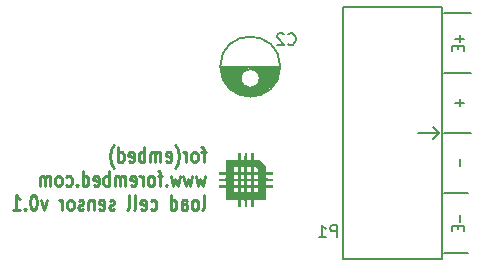
<source format=gbr>
G04 #@! TF.FileFunction,Legend,Bot*
%FSLAX46Y46*%
G04 Gerber Fmt 4.6, Leading zero omitted, Abs format (unit mm)*
G04 Created by KiCad (PCBNEW 4.0.1-stable) date 8/1/2016 6:35:50 PM*
%MOMM*%
G01*
G04 APERTURE LIST*
%ADD10C,0.100000*%
%ADD11C,0.254000*%
%ADD12C,0.200000*%
%ADD13C,0.177800*%
%ADD14C,0.150000*%
%ADD15C,0.010000*%
G04 APERTURE END LIST*
D10*
D11*
X25049238Y9924143D02*
X24662190Y9924143D01*
X24904095Y9077476D02*
X24904095Y10166048D01*
X24855714Y10287000D01*
X24758952Y10347476D01*
X24662190Y10347476D01*
X24178381Y9077476D02*
X24275143Y9137952D01*
X24323524Y9198429D01*
X24371905Y9319381D01*
X24371905Y9682238D01*
X24323524Y9803190D01*
X24275143Y9863667D01*
X24178381Y9924143D01*
X24033239Y9924143D01*
X23936477Y9863667D01*
X23888096Y9803190D01*
X23839715Y9682238D01*
X23839715Y9319381D01*
X23888096Y9198429D01*
X23936477Y9137952D01*
X24033239Y9077476D01*
X24178381Y9077476D01*
X23404286Y9077476D02*
X23404286Y9924143D01*
X23404286Y9682238D02*
X23355905Y9803190D01*
X23307524Y9863667D01*
X23210762Y9924143D01*
X23114001Y9924143D01*
X22485049Y8593667D02*
X22533429Y8654143D01*
X22630191Y8835571D01*
X22678572Y8956524D01*
X22726953Y9137952D01*
X22775334Y9440333D01*
X22775334Y9682238D01*
X22726953Y9984619D01*
X22678572Y10166048D01*
X22630191Y10287000D01*
X22533429Y10468429D01*
X22485049Y10528905D01*
X21710954Y9137952D02*
X21807716Y9077476D01*
X22001239Y9077476D01*
X22098001Y9137952D01*
X22146382Y9258905D01*
X22146382Y9742714D01*
X22098001Y9863667D01*
X22001239Y9924143D01*
X21807716Y9924143D01*
X21710954Y9863667D01*
X21662573Y9742714D01*
X21662573Y9621762D01*
X22146382Y9500810D01*
X21227144Y9077476D02*
X21227144Y9924143D01*
X21227144Y9803190D02*
X21178763Y9863667D01*
X21082001Y9924143D01*
X20936859Y9924143D01*
X20840097Y9863667D01*
X20791716Y9742714D01*
X20791716Y9077476D01*
X20791716Y9742714D02*
X20743335Y9863667D01*
X20646573Y9924143D01*
X20501430Y9924143D01*
X20404668Y9863667D01*
X20356287Y9742714D01*
X20356287Y9077476D01*
X19872477Y9077476D02*
X19872477Y10347476D01*
X19872477Y9863667D02*
X19775715Y9924143D01*
X19582192Y9924143D01*
X19485430Y9863667D01*
X19437049Y9803190D01*
X19388668Y9682238D01*
X19388668Y9319381D01*
X19437049Y9198429D01*
X19485430Y9137952D01*
X19582192Y9077476D01*
X19775715Y9077476D01*
X19872477Y9137952D01*
X18566192Y9137952D02*
X18662954Y9077476D01*
X18856477Y9077476D01*
X18953239Y9137952D01*
X19001620Y9258905D01*
X19001620Y9742714D01*
X18953239Y9863667D01*
X18856477Y9924143D01*
X18662954Y9924143D01*
X18566192Y9863667D01*
X18517811Y9742714D01*
X18517811Y9621762D01*
X19001620Y9500810D01*
X17646954Y9077476D02*
X17646954Y10347476D01*
X17646954Y9137952D02*
X17743716Y9077476D01*
X17937239Y9077476D01*
X18034001Y9137952D01*
X18082382Y9198429D01*
X18130763Y9319381D01*
X18130763Y9682238D01*
X18082382Y9803190D01*
X18034001Y9863667D01*
X17937239Y9924143D01*
X17743716Y9924143D01*
X17646954Y9863667D01*
X17259906Y8593667D02*
X17211525Y8654143D01*
X17114763Y8835571D01*
X17066382Y8956524D01*
X17018001Y9137952D01*
X16969620Y9440333D01*
X16969620Y9682238D01*
X17018001Y9984619D01*
X17066382Y10166048D01*
X17114763Y10287000D01*
X17211525Y10468429D01*
X17259906Y10528905D01*
X25000857Y7892143D02*
X24807333Y7045476D01*
X24613810Y7650238D01*
X24420286Y7045476D01*
X24226762Y7892143D01*
X23936476Y7892143D02*
X23742952Y7045476D01*
X23549429Y7650238D01*
X23355905Y7045476D01*
X23162381Y7892143D01*
X22872095Y7892143D02*
X22678571Y7045476D01*
X22485048Y7650238D01*
X22291524Y7045476D01*
X22098000Y7892143D01*
X21710952Y7166429D02*
X21662571Y7105952D01*
X21710952Y7045476D01*
X21759333Y7105952D01*
X21710952Y7166429D01*
X21710952Y7045476D01*
X21372285Y7892143D02*
X20985237Y7892143D01*
X21227142Y7045476D02*
X21227142Y8134048D01*
X21178761Y8255000D01*
X21081999Y8315476D01*
X20985237Y8315476D01*
X20501428Y7045476D02*
X20598190Y7105952D01*
X20646571Y7166429D01*
X20694952Y7287381D01*
X20694952Y7650238D01*
X20646571Y7771190D01*
X20598190Y7831667D01*
X20501428Y7892143D01*
X20356286Y7892143D01*
X20259524Y7831667D01*
X20211143Y7771190D01*
X20162762Y7650238D01*
X20162762Y7287381D01*
X20211143Y7166429D01*
X20259524Y7105952D01*
X20356286Y7045476D01*
X20501428Y7045476D01*
X19727333Y7045476D02*
X19727333Y7892143D01*
X19727333Y7650238D02*
X19678952Y7771190D01*
X19630571Y7831667D01*
X19533809Y7892143D01*
X19437048Y7892143D01*
X18711334Y7105952D02*
X18808096Y7045476D01*
X19001619Y7045476D01*
X19098381Y7105952D01*
X19146762Y7226905D01*
X19146762Y7710714D01*
X19098381Y7831667D01*
X19001619Y7892143D01*
X18808096Y7892143D01*
X18711334Y7831667D01*
X18662953Y7710714D01*
X18662953Y7589762D01*
X19146762Y7468810D01*
X18227524Y7045476D02*
X18227524Y7892143D01*
X18227524Y7771190D02*
X18179143Y7831667D01*
X18082381Y7892143D01*
X17937239Y7892143D01*
X17840477Y7831667D01*
X17792096Y7710714D01*
X17792096Y7045476D01*
X17792096Y7710714D02*
X17743715Y7831667D01*
X17646953Y7892143D01*
X17501810Y7892143D01*
X17405048Y7831667D01*
X17356667Y7710714D01*
X17356667Y7045476D01*
X16872857Y7045476D02*
X16872857Y8315476D01*
X16872857Y7831667D02*
X16776095Y7892143D01*
X16582572Y7892143D01*
X16485810Y7831667D01*
X16437429Y7771190D01*
X16389048Y7650238D01*
X16389048Y7287381D01*
X16437429Y7166429D01*
X16485810Y7105952D01*
X16582572Y7045476D01*
X16776095Y7045476D01*
X16872857Y7105952D01*
X15566572Y7105952D02*
X15663334Y7045476D01*
X15856857Y7045476D01*
X15953619Y7105952D01*
X16002000Y7226905D01*
X16002000Y7710714D01*
X15953619Y7831667D01*
X15856857Y7892143D01*
X15663334Y7892143D01*
X15566572Y7831667D01*
X15518191Y7710714D01*
X15518191Y7589762D01*
X16002000Y7468810D01*
X14647334Y7045476D02*
X14647334Y8315476D01*
X14647334Y7105952D02*
X14744096Y7045476D01*
X14937619Y7045476D01*
X15034381Y7105952D01*
X15082762Y7166429D01*
X15131143Y7287381D01*
X15131143Y7650238D01*
X15082762Y7771190D01*
X15034381Y7831667D01*
X14937619Y7892143D01*
X14744096Y7892143D01*
X14647334Y7831667D01*
X14163524Y7166429D02*
X14115143Y7105952D01*
X14163524Y7045476D01*
X14211905Y7105952D01*
X14163524Y7166429D01*
X14163524Y7045476D01*
X13244286Y7105952D02*
X13341048Y7045476D01*
X13534571Y7045476D01*
X13631333Y7105952D01*
X13679714Y7166429D01*
X13728095Y7287381D01*
X13728095Y7650238D01*
X13679714Y7771190D01*
X13631333Y7831667D01*
X13534571Y7892143D01*
X13341048Y7892143D01*
X13244286Y7831667D01*
X12663714Y7045476D02*
X12760476Y7105952D01*
X12808857Y7166429D01*
X12857238Y7287381D01*
X12857238Y7650238D01*
X12808857Y7771190D01*
X12760476Y7831667D01*
X12663714Y7892143D01*
X12518572Y7892143D01*
X12421810Y7831667D01*
X12373429Y7771190D01*
X12325048Y7650238D01*
X12325048Y7287381D01*
X12373429Y7166429D01*
X12421810Y7105952D01*
X12518572Y7045476D01*
X12663714Y7045476D01*
X11889619Y7045476D02*
X11889619Y7892143D01*
X11889619Y7771190D02*
X11841238Y7831667D01*
X11744476Y7892143D01*
X11599334Y7892143D01*
X11502572Y7831667D01*
X11454191Y7710714D01*
X11454191Y7045476D01*
X11454191Y7710714D02*
X11405810Y7831667D01*
X11309048Y7892143D01*
X11163905Y7892143D01*
X11067143Y7831667D01*
X11018762Y7710714D01*
X11018762Y7045476D01*
X24758952Y5013476D02*
X24855714Y5073952D01*
X24904095Y5194905D01*
X24904095Y6283476D01*
X24226762Y5013476D02*
X24323524Y5073952D01*
X24371905Y5134429D01*
X24420286Y5255381D01*
X24420286Y5618238D01*
X24371905Y5739190D01*
X24323524Y5799667D01*
X24226762Y5860143D01*
X24081620Y5860143D01*
X23984858Y5799667D01*
X23936477Y5739190D01*
X23888096Y5618238D01*
X23888096Y5255381D01*
X23936477Y5134429D01*
X23984858Y5073952D01*
X24081620Y5013476D01*
X24226762Y5013476D01*
X23017239Y5013476D02*
X23017239Y5678714D01*
X23065620Y5799667D01*
X23162382Y5860143D01*
X23355905Y5860143D01*
X23452667Y5799667D01*
X23017239Y5073952D02*
X23114001Y5013476D01*
X23355905Y5013476D01*
X23452667Y5073952D01*
X23501048Y5194905D01*
X23501048Y5315857D01*
X23452667Y5436810D01*
X23355905Y5497286D01*
X23114001Y5497286D01*
X23017239Y5557762D01*
X22098001Y5013476D02*
X22098001Y6283476D01*
X22098001Y5073952D02*
X22194763Y5013476D01*
X22388286Y5013476D01*
X22485048Y5073952D01*
X22533429Y5134429D01*
X22581810Y5255381D01*
X22581810Y5618238D01*
X22533429Y5739190D01*
X22485048Y5799667D01*
X22388286Y5860143D01*
X22194763Y5860143D01*
X22098001Y5799667D01*
X20404668Y5073952D02*
X20501430Y5013476D01*
X20694953Y5013476D01*
X20791715Y5073952D01*
X20840096Y5134429D01*
X20888477Y5255381D01*
X20888477Y5618238D01*
X20840096Y5739190D01*
X20791715Y5799667D01*
X20694953Y5860143D01*
X20501430Y5860143D01*
X20404668Y5799667D01*
X19582192Y5073952D02*
X19678954Y5013476D01*
X19872477Y5013476D01*
X19969239Y5073952D01*
X20017620Y5194905D01*
X20017620Y5678714D01*
X19969239Y5799667D01*
X19872477Y5860143D01*
X19678954Y5860143D01*
X19582192Y5799667D01*
X19533811Y5678714D01*
X19533811Y5557762D01*
X20017620Y5436810D01*
X18953239Y5013476D02*
X19050001Y5073952D01*
X19098382Y5194905D01*
X19098382Y6283476D01*
X18421049Y5013476D02*
X18517811Y5073952D01*
X18566192Y5194905D01*
X18566192Y6283476D01*
X17308288Y5073952D02*
X17211526Y5013476D01*
X17018002Y5013476D01*
X16921241Y5073952D01*
X16872860Y5194905D01*
X16872860Y5255381D01*
X16921241Y5376333D01*
X17018002Y5436810D01*
X17163145Y5436810D01*
X17259907Y5497286D01*
X17308288Y5618238D01*
X17308288Y5678714D01*
X17259907Y5799667D01*
X17163145Y5860143D01*
X17018002Y5860143D01*
X16921241Y5799667D01*
X16050384Y5073952D02*
X16147146Y5013476D01*
X16340669Y5013476D01*
X16437431Y5073952D01*
X16485812Y5194905D01*
X16485812Y5678714D01*
X16437431Y5799667D01*
X16340669Y5860143D01*
X16147146Y5860143D01*
X16050384Y5799667D01*
X16002003Y5678714D01*
X16002003Y5557762D01*
X16485812Y5436810D01*
X15566574Y5860143D02*
X15566574Y5013476D01*
X15566574Y5739190D02*
X15518193Y5799667D01*
X15421431Y5860143D01*
X15276289Y5860143D01*
X15179527Y5799667D01*
X15131146Y5678714D01*
X15131146Y5013476D01*
X14695717Y5073952D02*
X14598955Y5013476D01*
X14405431Y5013476D01*
X14308670Y5073952D01*
X14260289Y5194905D01*
X14260289Y5255381D01*
X14308670Y5376333D01*
X14405431Y5436810D01*
X14550574Y5436810D01*
X14647336Y5497286D01*
X14695717Y5618238D01*
X14695717Y5678714D01*
X14647336Y5799667D01*
X14550574Y5860143D01*
X14405431Y5860143D01*
X14308670Y5799667D01*
X13679717Y5013476D02*
X13776479Y5073952D01*
X13824860Y5134429D01*
X13873241Y5255381D01*
X13873241Y5618238D01*
X13824860Y5739190D01*
X13776479Y5799667D01*
X13679717Y5860143D01*
X13534575Y5860143D01*
X13437813Y5799667D01*
X13389432Y5739190D01*
X13341051Y5618238D01*
X13341051Y5255381D01*
X13389432Y5134429D01*
X13437813Y5073952D01*
X13534575Y5013476D01*
X13679717Y5013476D01*
X12905622Y5013476D02*
X12905622Y5860143D01*
X12905622Y5618238D02*
X12857241Y5739190D01*
X12808860Y5799667D01*
X12712098Y5860143D01*
X12615337Y5860143D01*
X11599337Y5860143D02*
X11357432Y5013476D01*
X11115528Y5860143D01*
X10534956Y6283476D02*
X10438195Y6283476D01*
X10341433Y6223000D01*
X10293052Y6162524D01*
X10244671Y6041571D01*
X10196290Y5799667D01*
X10196290Y5497286D01*
X10244671Y5255381D01*
X10293052Y5134429D01*
X10341433Y5073952D01*
X10438195Y5013476D01*
X10534956Y5013476D01*
X10631718Y5073952D01*
X10680099Y5134429D01*
X10728480Y5255381D01*
X10776861Y5497286D01*
X10776861Y5799667D01*
X10728480Y6041571D01*
X10680099Y6162524D01*
X10631718Y6223000D01*
X10534956Y6283476D01*
X9760861Y5134429D02*
X9712480Y5073952D01*
X9760861Y5013476D01*
X9809242Y5073952D01*
X9760861Y5134429D01*
X9760861Y5013476D01*
X8744861Y5013476D02*
X9325432Y5013476D01*
X9035146Y5013476D02*
X9035146Y6283476D01*
X9131908Y6102048D01*
X9228670Y5981095D01*
X9325432Y5920619D01*
D12*
X45212000Y1397000D02*
X47244000Y1397000D01*
X45212000Y21717000D02*
X47498000Y21717000D01*
X45212000Y6477000D02*
X47244000Y6477000D01*
X45212000Y11557000D02*
X47498000Y11557000D01*
X45212000Y16637000D02*
X47498000Y16637000D01*
D13*
X46554571Y4572000D02*
X46554571Y3991429D01*
X46409429Y3628571D02*
X46409429Y3374571D01*
X46941619Y3265714D02*
X46941619Y3628571D01*
X45925619Y3628571D01*
X45925619Y3265714D01*
X46554571Y9307285D02*
X46554571Y8726714D01*
X46554571Y14387285D02*
X46554571Y13806714D01*
X46941619Y14097000D02*
X46167524Y14097000D01*
X46554571Y19812000D02*
X46554571Y19231429D01*
X46941619Y19521715D02*
X46167524Y19521715D01*
X46409429Y18868571D02*
X46409429Y18614571D01*
X46941619Y18505714D02*
X46941619Y18868571D01*
X45925619Y18868571D01*
X45925619Y18505714D01*
D14*
X36703000Y3429000D02*
X36703000Y889000D01*
X36703000Y889000D02*
X45085000Y889000D01*
X45085000Y889000D02*
X45085000Y3429000D01*
X36703000Y19685000D02*
X36703000Y22225000D01*
X36703000Y22225000D02*
X45085000Y22225000D01*
X45085000Y22225000D02*
X45085000Y19685000D01*
X36703000Y3429000D02*
X36703000Y19685000D01*
X44831000Y11557000D02*
X44323000Y12065000D01*
X44831000Y11557000D02*
X44323000Y11049000D01*
X44831000Y11557000D02*
X43053000Y11557000D01*
X45085000Y3429000D02*
X45085000Y19685000D01*
X26330000Y17086000D02*
X31328000Y17086000D01*
X26338000Y16946000D02*
X28675000Y16946000D01*
X28983000Y16946000D02*
X31320000Y16946000D01*
X26354000Y16806000D02*
X28356000Y16806000D01*
X29302000Y16806000D02*
X31304000Y16806000D01*
X26378000Y16666000D02*
X28209000Y16666000D01*
X29449000Y16666000D02*
X31280000Y16666000D01*
X26411000Y16526000D02*
X28117000Y16526000D01*
X29541000Y16526000D02*
X31247000Y16526000D01*
X26452000Y16386000D02*
X28061000Y16386000D01*
X29597000Y16386000D02*
X31206000Y16386000D01*
X26502000Y16246000D02*
X28034000Y16246000D01*
X29624000Y16246000D02*
X31156000Y16246000D01*
X26563000Y16106000D02*
X28031000Y16106000D01*
X29627000Y16106000D02*
X31095000Y16106000D01*
X26633000Y15966000D02*
X28053000Y15966000D01*
X29605000Y15966000D02*
X31025000Y15966000D01*
X26715000Y15826000D02*
X28103000Y15826000D01*
X29555000Y15826000D02*
X30943000Y15826000D01*
X26810000Y15686000D02*
X28185000Y15686000D01*
X29473000Y15686000D02*
X30848000Y15686000D01*
X26921000Y15546000D02*
X28317000Y15546000D01*
X29341000Y15546000D02*
X30737000Y15546000D01*
X27049000Y15406000D02*
X28564000Y15406000D01*
X29094000Y15406000D02*
X30609000Y15406000D01*
X27198000Y15266000D02*
X30460000Y15266000D01*
X27377000Y15126000D02*
X30281000Y15126000D01*
X27596000Y14986000D02*
X30062000Y14986000D01*
X27885000Y14846000D02*
X29773000Y14846000D01*
X28357000Y14706000D02*
X29301000Y14706000D01*
X29629000Y16161000D02*
G75*
G03X29629000Y16161000I-800000J0D01*
G01*
X31366500Y17161000D02*
G75*
G03X31366500Y17161000I-2537500J0D01*
G01*
D15*
G36*
X28912504Y9271000D02*
X28491495Y9271000D01*
X28485623Y9572625D01*
X28479750Y9874250D01*
X28352750Y9874250D01*
X28341004Y9271000D01*
X27962329Y9271000D01*
X27950583Y9874250D01*
X27823583Y9874250D01*
X27817710Y9572625D01*
X27811838Y9271000D01*
X26797000Y9271000D01*
X26797000Y8234965D01*
X26484791Y8229107D01*
X26172583Y8223250D01*
X26172583Y8096250D01*
X26484791Y8090392D01*
X26797000Y8084535D01*
X26797000Y7684632D01*
X26484791Y7678774D01*
X26172583Y7672916D01*
X26172583Y7545916D01*
X26484791Y7540059D01*
X26797000Y7534201D01*
X26797000Y7134298D01*
X26484791Y7128441D01*
X26172583Y7122583D01*
X26172583Y6995583D01*
X26484791Y6989726D01*
X26797000Y6983868D01*
X26797000Y5969000D01*
X27811868Y5969000D01*
X27817726Y5656791D01*
X27823583Y5344583D01*
X27950583Y5344583D01*
X27956441Y5656791D01*
X27962298Y5969000D01*
X28341035Y5969000D01*
X28346892Y5656791D01*
X28352750Y5344583D01*
X28479750Y5344583D01*
X28485607Y5656791D01*
X28491465Y5969000D01*
X28912535Y5969000D01*
X28918392Y5656791D01*
X28924250Y5344583D01*
X28977959Y5338320D01*
X29024194Y5338884D01*
X29046750Y5347139D01*
X29052140Y5372662D01*
X29056678Y5432527D01*
X29059986Y5518746D01*
X29061687Y5623330D01*
X29061833Y5665611D01*
X29061833Y5969000D01*
X30099000Y5969000D01*
X30099000Y6983805D01*
X30158058Y6985000D01*
X29527500Y6985000D01*
X29527500Y6519333D01*
X29061833Y6519333D01*
X29061833Y6985000D01*
X28913666Y6985000D01*
X28913666Y6519333D01*
X28490333Y6519333D01*
X28490333Y6985000D01*
X28342166Y6985000D01*
X28342166Y6519333D01*
X27961166Y6519333D01*
X27961166Y6985000D01*
X27813000Y6985000D01*
X27813000Y6519333D01*
X27347333Y6519333D01*
X27347333Y6985000D01*
X27813000Y6985000D01*
X27961166Y6985000D01*
X28342166Y6985000D01*
X28490333Y6985000D01*
X28913666Y6985000D01*
X29061833Y6985000D01*
X29527500Y6985000D01*
X30158058Y6985000D01*
X30390041Y6989694D01*
X30681083Y6995583D01*
X30681083Y7122583D01*
X30390041Y7128472D01*
X30099000Y7134361D01*
X30099000Y7534139D01*
X30158008Y7535333D01*
X29527500Y7535333D01*
X29527500Y7133166D01*
X29061833Y7133166D01*
X29061833Y7535333D01*
X28913666Y7535333D01*
X28913666Y7133166D01*
X28490333Y7133166D01*
X28490333Y7535333D01*
X28342166Y7535333D01*
X28342166Y7133166D01*
X27961166Y7133166D01*
X27961166Y7535333D01*
X27813000Y7535333D01*
X27813000Y7133166D01*
X27347333Y7133166D01*
X27347333Y7535333D01*
X27813000Y7535333D01*
X27961166Y7535333D01*
X28342166Y7535333D01*
X28490333Y7535333D01*
X28913666Y7535333D01*
X29061833Y7535333D01*
X29527500Y7535333D01*
X30158008Y7535333D01*
X30390041Y7540028D01*
X30681083Y7545916D01*
X30681083Y7672916D01*
X30390041Y7678805D01*
X30099000Y7684694D01*
X30099000Y8084472D01*
X30158008Y8085666D01*
X29527500Y8085666D01*
X29527500Y7683500D01*
X29061833Y7683500D01*
X29061833Y8085666D01*
X28913666Y8085666D01*
X28913666Y7683500D01*
X28490333Y7683500D01*
X28490333Y8085666D01*
X28342166Y8085666D01*
X28342166Y7683500D01*
X27961166Y7683500D01*
X27961166Y8085666D01*
X27813000Y8085666D01*
X27813000Y7683500D01*
X27347333Y7683500D01*
X27347333Y8085666D01*
X27813000Y8085666D01*
X27961166Y8085666D01*
X28342166Y8085666D01*
X28490333Y8085666D01*
X28913666Y8085666D01*
X29061833Y8085666D01*
X29527500Y8085666D01*
X30158008Y8085666D01*
X30390041Y8090361D01*
X30681083Y8096250D01*
X30681083Y8223250D01*
X30390041Y8229139D01*
X30099000Y8235028D01*
X30099000Y8330583D01*
X29527500Y8330583D01*
X29527500Y8233833D01*
X29061833Y8233833D01*
X29061833Y8720666D01*
X28913666Y8720666D01*
X28913666Y8233833D01*
X28490333Y8233833D01*
X28490333Y8720666D01*
X28342166Y8720666D01*
X28342166Y8233833D01*
X27961166Y8233833D01*
X27961166Y8720666D01*
X27813000Y8720666D01*
X27813000Y8233833D01*
X27347333Y8233833D01*
X27347333Y8720666D01*
X27813000Y8720666D01*
X27961166Y8720666D01*
X28342166Y8720666D01*
X28490333Y8720666D01*
X28913666Y8720666D01*
X29061833Y8720666D01*
X29163352Y8720666D01*
X29212283Y8719216D01*
X29249571Y8710830D01*
X29284820Y8689459D01*
X29327635Y8649053D01*
X29387619Y8583561D01*
X29396186Y8573999D01*
X29458734Y8502382D01*
X29497564Y8451011D01*
X29518242Y8409565D01*
X29526337Y8367722D01*
X29527500Y8330583D01*
X30099000Y8330583D01*
X30099000Y8738188D01*
X29540816Y9271000D01*
X29062995Y9271000D01*
X29057123Y9572625D01*
X29051250Y9874250D01*
X28924250Y9874250D01*
X28912504Y9271000D01*
X28912504Y9271000D01*
G37*
X28912504Y9271000D02*
X28491495Y9271000D01*
X28485623Y9572625D01*
X28479750Y9874250D01*
X28352750Y9874250D01*
X28341004Y9271000D01*
X27962329Y9271000D01*
X27950583Y9874250D01*
X27823583Y9874250D01*
X27817710Y9572625D01*
X27811838Y9271000D01*
X26797000Y9271000D01*
X26797000Y8234965D01*
X26484791Y8229107D01*
X26172583Y8223250D01*
X26172583Y8096250D01*
X26484791Y8090392D01*
X26797000Y8084535D01*
X26797000Y7684632D01*
X26484791Y7678774D01*
X26172583Y7672916D01*
X26172583Y7545916D01*
X26484791Y7540059D01*
X26797000Y7534201D01*
X26797000Y7134298D01*
X26484791Y7128441D01*
X26172583Y7122583D01*
X26172583Y6995583D01*
X26484791Y6989726D01*
X26797000Y6983868D01*
X26797000Y5969000D01*
X27811868Y5969000D01*
X27817726Y5656791D01*
X27823583Y5344583D01*
X27950583Y5344583D01*
X27956441Y5656791D01*
X27962298Y5969000D01*
X28341035Y5969000D01*
X28346892Y5656791D01*
X28352750Y5344583D01*
X28479750Y5344583D01*
X28485607Y5656791D01*
X28491465Y5969000D01*
X28912535Y5969000D01*
X28918392Y5656791D01*
X28924250Y5344583D01*
X28977959Y5338320D01*
X29024194Y5338884D01*
X29046750Y5347139D01*
X29052140Y5372662D01*
X29056678Y5432527D01*
X29059986Y5518746D01*
X29061687Y5623330D01*
X29061833Y5665611D01*
X29061833Y5969000D01*
X30099000Y5969000D01*
X30099000Y6983805D01*
X30158058Y6985000D01*
X29527500Y6985000D01*
X29527500Y6519333D01*
X29061833Y6519333D01*
X29061833Y6985000D01*
X28913666Y6985000D01*
X28913666Y6519333D01*
X28490333Y6519333D01*
X28490333Y6985000D01*
X28342166Y6985000D01*
X28342166Y6519333D01*
X27961166Y6519333D01*
X27961166Y6985000D01*
X27813000Y6985000D01*
X27813000Y6519333D01*
X27347333Y6519333D01*
X27347333Y6985000D01*
X27813000Y6985000D01*
X27961166Y6985000D01*
X28342166Y6985000D01*
X28490333Y6985000D01*
X28913666Y6985000D01*
X29061833Y6985000D01*
X29527500Y6985000D01*
X30158058Y6985000D01*
X30390041Y6989694D01*
X30681083Y6995583D01*
X30681083Y7122583D01*
X30390041Y7128472D01*
X30099000Y7134361D01*
X30099000Y7534139D01*
X30158008Y7535333D01*
X29527500Y7535333D01*
X29527500Y7133166D01*
X29061833Y7133166D01*
X29061833Y7535333D01*
X28913666Y7535333D01*
X28913666Y7133166D01*
X28490333Y7133166D01*
X28490333Y7535333D01*
X28342166Y7535333D01*
X28342166Y7133166D01*
X27961166Y7133166D01*
X27961166Y7535333D01*
X27813000Y7535333D01*
X27813000Y7133166D01*
X27347333Y7133166D01*
X27347333Y7535333D01*
X27813000Y7535333D01*
X27961166Y7535333D01*
X28342166Y7535333D01*
X28490333Y7535333D01*
X28913666Y7535333D01*
X29061833Y7535333D01*
X29527500Y7535333D01*
X30158008Y7535333D01*
X30390041Y7540028D01*
X30681083Y7545916D01*
X30681083Y7672916D01*
X30390041Y7678805D01*
X30099000Y7684694D01*
X30099000Y8084472D01*
X30158008Y8085666D01*
X29527500Y8085666D01*
X29527500Y7683500D01*
X29061833Y7683500D01*
X29061833Y8085666D01*
X28913666Y8085666D01*
X28913666Y7683500D01*
X28490333Y7683500D01*
X28490333Y8085666D01*
X28342166Y8085666D01*
X28342166Y7683500D01*
X27961166Y7683500D01*
X27961166Y8085666D01*
X27813000Y8085666D01*
X27813000Y7683500D01*
X27347333Y7683500D01*
X27347333Y8085666D01*
X27813000Y8085666D01*
X27961166Y8085666D01*
X28342166Y8085666D01*
X28490333Y8085666D01*
X28913666Y8085666D01*
X29061833Y8085666D01*
X29527500Y8085666D01*
X30158008Y8085666D01*
X30390041Y8090361D01*
X30681083Y8096250D01*
X30681083Y8223250D01*
X30390041Y8229139D01*
X30099000Y8235028D01*
X30099000Y8330583D01*
X29527500Y8330583D01*
X29527500Y8233833D01*
X29061833Y8233833D01*
X29061833Y8720666D01*
X28913666Y8720666D01*
X28913666Y8233833D01*
X28490333Y8233833D01*
X28490333Y8720666D01*
X28342166Y8720666D01*
X28342166Y8233833D01*
X27961166Y8233833D01*
X27961166Y8720666D01*
X27813000Y8720666D01*
X27813000Y8233833D01*
X27347333Y8233833D01*
X27347333Y8720666D01*
X27813000Y8720666D01*
X27961166Y8720666D01*
X28342166Y8720666D01*
X28490333Y8720666D01*
X28913666Y8720666D01*
X29061833Y8720666D01*
X29163352Y8720666D01*
X29212283Y8719216D01*
X29249571Y8710830D01*
X29284820Y8689459D01*
X29327635Y8649053D01*
X29387619Y8583561D01*
X29396186Y8573999D01*
X29458734Y8502382D01*
X29497564Y8451011D01*
X29518242Y8409565D01*
X29526337Y8367722D01*
X29527500Y8330583D01*
X30099000Y8330583D01*
X30099000Y8738188D01*
X29540816Y9271000D01*
X29062995Y9271000D01*
X29057123Y9572625D01*
X29051250Y9874250D01*
X28924250Y9874250D01*
X28912504Y9271000D01*
D14*
X36171095Y2722619D02*
X36171095Y3722619D01*
X35790142Y3722619D01*
X35694904Y3675000D01*
X35647285Y3627381D01*
X35599666Y3532143D01*
X35599666Y3389286D01*
X35647285Y3294048D01*
X35694904Y3246429D01*
X35790142Y3198810D01*
X36171095Y3198810D01*
X34647285Y2722619D02*
X35218714Y2722619D01*
X34933000Y2722619D02*
X34933000Y3722619D01*
X35028238Y3579762D01*
X35123476Y3484524D01*
X35218714Y3436905D01*
X32043666Y19073857D02*
X32091285Y19026238D01*
X32234142Y18978619D01*
X32329380Y18978619D01*
X32472238Y19026238D01*
X32567476Y19121476D01*
X32615095Y19216714D01*
X32662714Y19407190D01*
X32662714Y19550048D01*
X32615095Y19740524D01*
X32567476Y19835762D01*
X32472238Y19931000D01*
X32329380Y19978619D01*
X32234142Y19978619D01*
X32091285Y19931000D01*
X32043666Y19883381D01*
X31662714Y19883381D02*
X31615095Y19931000D01*
X31519857Y19978619D01*
X31281761Y19978619D01*
X31186523Y19931000D01*
X31138904Y19883381D01*
X31091285Y19788143D01*
X31091285Y19692905D01*
X31138904Y19550048D01*
X31710333Y18978619D01*
X31091285Y18978619D01*
M02*

</source>
